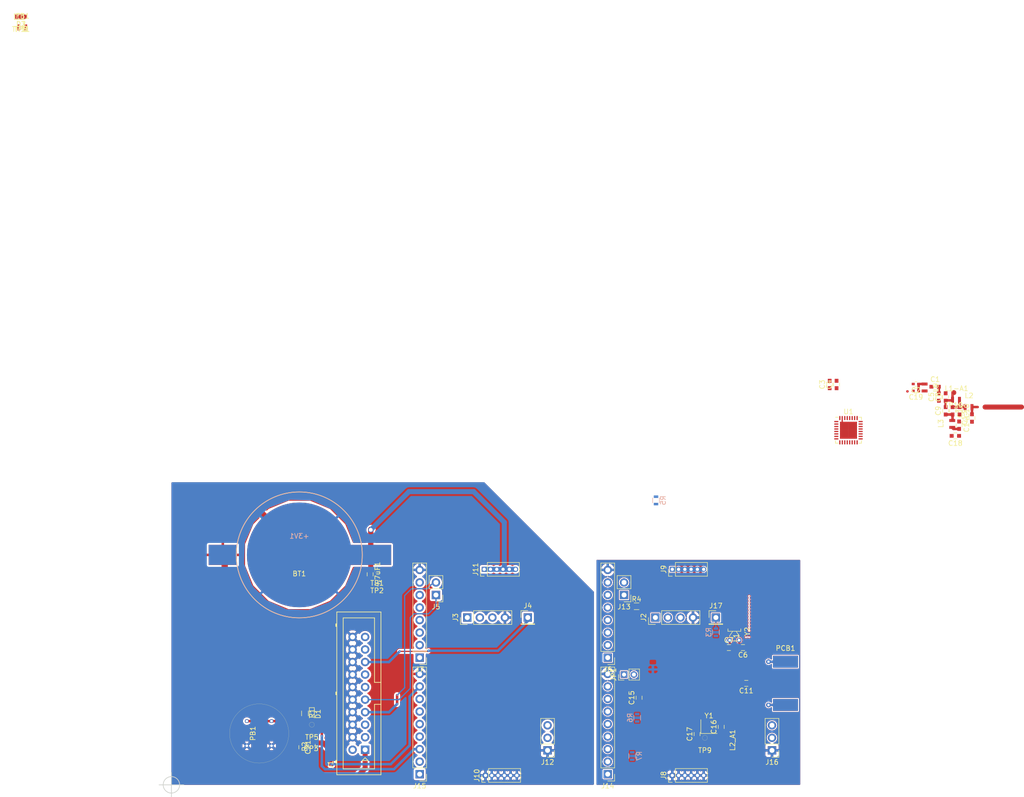
<source format=kicad_pcb>
(kicad_pcb (version 4) (host pcbnew 4.0.5)
  (layers (0 F.Cu signal) (31 B.Cu signal) (34 B.Paste user) (35 F.Paste user) (36 B.SilkS user) (37 F.SilkS user) (38 B.Mask user) (39 F.Mask user) (44 Edge.Cuts user))
  (net 0 "")
  (net 1 GND)
  (net 2 +BATT)
  (net 3 "Net-(C19-Pad1)")
  (net 4 "Net-(C3-Pad1)")
  (net 5 "Net-(C6-Pad1)")
  (net 6 /16MHz)
  (net 7 "Net-(C7-Pad2)")
  (net 8 "Net-(C8-Pad1)")
  (net 9 "Net-(C12-Pad2)")
  (net 10 "Net-(C10-Pad1)")
  (net 11 "Net-(C11-Pad1)")
  (net 12 "Net-(C11-Pad2)")
  (net 13 "Net-(C14-Pad2)")
  (net 14 "Net-(C16-Pad1)")
  (net 15 /32kHz)
  (net 16 "Net-(C17-Pad2)")
  (net 17 "Net-(D1-Pad1)")
  (net 18 "Net-(L6-Pad2)")
  (net 19 "Net-(J1-Pad2)")
  (net 20 "Net-(J1-Pad3)")
  (net 21 "Net-(J1-Pad5)")
  (net 22 "Net-(J1-Pad7)")
  (net 23 "Net-(J1-Pad9)")
  (net 24 "Net-(J1-Pad11)")
  (net 25 "Net-(J1-Pad13)")
  (net 26 "Net-(J1-Pad15)")
  (net 27 "Net-(J1-Pad17)")
  (net 28 "Net-(J1-Pad19)")
  (net 29 DIO7)
  (net 30 DIO3)
  (net 31 DIO0)
  (net 32 DIO10)
  (net 33 DIO9)
  (net 34 DIO1)
  (net 35 DIO2)
  (net 36 DIO8)
  (net 37 DIO11)
  (net 38 DIO12)
  (net 39 DIO13)
  (net 40 DIO14)
  (net 41 ANATEST1)
  (net 42 ADC1)
  (net 43 ADC2)
  (net 44 DIO3_O)
  (net 45 ANATEST1_O)
  (net 46 "Net-(J3-Pad1)")
  (net 47 "Net-(J3-Pad2)")
  (net 48 "Net-(J3-Pad3)")
  (net 49 "Net-(J7-Pad1)")
  (net 50 "Net-(J7-Pad2)")
  (net 51 "Net-(J7-Pad3)")
  (net 52 "Net-(J7-Pad4)")
  (net 53 "Net-(J7-Pad5)")
  (net 54 "Net-(J7-Pad6)")
  (net 55 "Net-(J7-Pad7)")
  (net 56 "Net-(J15-Pad1)")
  (net 57 "Net-(J15-Pad2)")
  (net 58 "Net-(J15-Pad4)")
  (net 59 "Net-(J15-Pad5)")
  (net 60 "Net-(J15-Pad6)")
  (net 61 "Net-(J15-Pad7)")
  (net 62 "Net-(J17-Pad1)")
  (net 63 "Net-(R3-Pad2)")
  (net 64 "Net-(+3V1-Pad2)")
  (net 65 "Net-(FB1-Pad2)")
  (net 66 DIO4)
  (net 67 DIO5)
  (net 68 DIO6)
  (net 69 "Net-(J15-Pad3)")
  (net 70 "Net-(J15-Pad8)")
  (net 71 "Net-(D2-Pad1)")
  (module SMD_CoinCell (layer F.Cu) (at 56.388 109.093)
    (fp_text reference BT1 (at 0 3.81) (layer F.SilkS))
    (fp_text value "Coin Cell")
    (pad 2 smd circle (at 0 0) (size 21.209 21.209) (layers F.Cu F.Paste F.Mask) (net 2 +BATT))
    (pad 1 smd rect (at -15.494 0) (size 5.715 4.064) (layers F.Cu F.Paste F.Mask) (net 1 GND))
    (pad 3 connect rect (at 14.478 0) (size 8.255 4.064) (layers F.Cu F.Mask) (net 2 +BATT))
  )
  (module Pin_Headers:Pin_Header_Straight_1x02_Pitch2.00mm (layer F.Cu) (at 122.174 133.35 90)
    (fp_text reference JP1 (at 0 -2.12 90) (layer F.SilkS))
    (fp_text value DIO7-HIGH)
    (pad 1 thru_hole rect (at 0 0 90) (size 1.35 1.35) (drill 0.8) (layers *.Cu *.Mask) (net 2 +BATT))
    (pad 2 thru_hole oval (at 0 2 90) (size 1.35 1.35) (drill 0.8) (layers *.Cu *.Mask) (net 29 DIO7))
  )
  (module Capacitors_SMD:C_0603 (layer F.Cu) (at 190.0555 82.804 270)
    (fp_text reference C14 (at 0 -1.5 270) (layer F.SilkS))
    (fp_text value TBD)
    (pad 1 smd rect (at -0.75 0 270) (size 0.8 0.75) (layers F.Cu F.Paste F.Mask) (net 1 GND))
    (pad 2 smd rect (at 0.75 0 270) (size 0.8 0.75) (layers F.Cu F.Paste F.Mask) (net 13 "Net-(C14-Pad2)"))
  )
  (module Capacitors_SMD:C_0603 (layer F.Cu) (at 185.1914 75.0062)
    (fp_text reference C1 (at 0 -1.5) (layer F.SilkS))
    (fp_text value 1uF)
    (pad 1 smd rect (at -0.75 0) (size 0.8 0.75) (layers F.Cu F.Paste F.Mask) (net 1 GND))
    (pad 2 smd rect (at 0.75 0) (size 0.8 0.75) (layers F.Cu F.Paste F.Mask) (net 2 +BATT))
  )
  (module Capacitors_SMD:C_0603 (layer F.Cu) (at 163.83 74.549 90)
    (fp_text reference C3 (at 0 -1.5 90) (layer F.SilkS))
    (fp_text value 100pF)
    (pad 1 smd rect (at -0.75 0 90) (size 0.8 0.75) (layers F.Cu F.Paste F.Mask) (net 4 "Net-(C3-Pad1)"))
    (pad 2 smd rect (at 0.75 0 90) (size 0.8 0.75) (layers F.Cu F.Paste F.Mask) (net 1 GND))
  )
  (module Capacitors_SMD:C_0603 (layer F.Cu) (at 165.227 74.549 90)
    (fp_text reference C4 (at 0 -1.5 90) (layer F.SilkS))
    (fp_text value 0.1uF)
    (pad 1 smd rect (at -0.75 0 90) (size 0.8 0.75) (layers F.Cu F.Paste F.Mask) (net 4 "Net-(C3-Pad1)"))
    (pad 2 smd rect (at 0.75 0 90) (size 0.8 0.75) (layers F.Cu F.Paste F.Mask) (net 1 GND))
  )
  (module Capacitors_SMD:C_0603 (layer F.Cu) (at 187.325 77.089 90)
    (fp_text reference C8 (at 0 -1.5 90) (layer F.SilkS))
    (fp_text value TBD)
    (pad 1 smd rect (at -0.75 0 90) (size 0.8 0.75) (layers F.Cu F.Paste F.Mask) (net 8 "Net-(C8-Pad1)"))
    (pad 2 smd rect (at 0.75 0 90) (size 0.8 0.75) (layers F.Cu F.Paste F.Mask) (net 1 GND))
  )
  (module Capacitors_SMD:C_0603 (layer F.Cu) (at 187.325 79.883 90)
    (fp_text reference C9 (at 0 -1.5 90) (layer F.SilkS))
    (fp_text value TBD)
    (pad 1 smd rect (at -0.75 0 90) (size 0.8 0.75) (layers F.Cu F.Paste F.Mask) (net 9 "Net-(C12-Pad2)"))
    (pad 2 smd rect (at 0.75 0 90) (size 0.8 0.75) (layers F.Cu F.Paste F.Mask) (net 8 "Net-(C8-Pad1)"))
  )
  (module Capacitors_SMD:C_0603 (layer F.Cu) (at 190.119 79.883 270)
    (fp_text reference C10 (at 0 -1.5 270) (layer F.SilkS))
    (fp_text value TBD)
    (pad 1 smd rect (at -0.75 0 270) (size 0.8 0.75) (layers F.Cu F.Paste F.Mask) (net 10 "Net-(C10-Pad1)"))
    (pad 2 smd rect (at 0.75 0 270) (size 0.8 0.75) (layers F.Cu F.Paste F.Mask) (net 1 GND))
  )
  (module Capacitors_SMD:C_0603 (layer F.Cu) (at 146.939 135.128 180)
    (fp_text reference C11 (at 0 -1.5 180) (layer F.SilkS))
    (fp_text value TBD)
    (pad 1 smd rect (at -0.75 0 180) (size 0.8 0.75) (layers F.Cu F.Paste F.Mask) (net 11 "Net-(C11-Pad1)"))
    (pad 2 smd rect (at 0.75 0 180) (size 0.8 0.75) (layers F.Cu F.Paste F.Mask) (net 12 "Net-(C11-Pad2)"))
  )
  (module Capacitors_SMD:C_0603 (layer F.Cu) (at 188.722 79.883 270)
    (fp_text reference C12 (at 0 -1.5 270) (layer F.SilkS))
    (fp_text value TBD)
    (pad 1 smd rect (at -0.75 0 270) (size 0.8 0.75) (layers F.Cu F.Paste F.Mask) (net 10 "Net-(C10-Pad1)"))
    (pad 2 smd rect (at 0.75 0 270) (size 0.8 0.75) (layers F.Cu F.Paste F.Mask) (net 9 "Net-(C12-Pad2)"))
  )
  (module Capacitors_SMD:C_0603 (layer F.Cu) (at 192.659 81.3435 90)
    (fp_text reference C13 (at 0 -1.5 90) (layer F.SilkS))
    (fp_text value TBD)
    (pad 1 smd rect (at -0.75 0 90) (size 0.8 0.75) (layers F.Cu F.Paste F.Mask) (net 1 GND))
    (pad 2 smd rect (at 0.75 0 90) (size 0.8 0.75) (layers F.Cu F.Paste F.Mask) (net 12 "Net-(C11-Pad2)"))
  )
  (module Capacitors_SMD:C_0603 (layer F.Cu) (at 125.222 138.049 90)
    (fp_text reference C15 (at 0 -1.5 90) (layer F.SilkS))
    (fp_text value 2.2uF)
    (pad 1 smd rect (at -0.75 0 90) (size 0.8 0.75) (layers F.Cu F.Paste F.Mask) (net 1 GND))
    (pad 2 smd rect (at 0.75 0 90) (size 0.8 0.75) (layers F.Cu F.Paste F.Mask) (net 2 +BATT))
  )
  (module Capacitors_SMD:C_0603 (layer F.Cu) (at 141.859 143.9545 90)
    (fp_text reference C16 (at 0 -1.5 90) (layer F.SilkS))
    (fp_text value TBD)
    (pad 1 smd rect (at -0.75 0 90) (size 0.8 0.75) (layers F.Cu F.Paste F.Mask) (net 14 "Net-(C16-Pad1)"))
    (pad 2 smd rect (at 0.75 0 90) (size 0.8 0.75) (layers F.Cu F.Paste F.Mask) (net 6 /16MHz))
  )
  (module Capacitors_SMD:C_0603 (layer F.Cu) (at 136.9695 145.415 90)
    (fp_text reference C17 (at 0 -1.5 90) (layer F.SilkS))
    (fp_text value TBD)
    (pad 1 smd rect (at -0.75 0 90) (size 0.8 0.75) (layers F.Cu F.Paste F.Mask) (net 1 GND))
    (pad 2 smd rect (at 0.75 0 90) (size 0.8 0.75) (layers F.Cu F.Paste F.Mask) (net 16 "Net-(C17-Pad2)"))
  )
  (module Capacitors_SMD:C_0603 (layer F.Cu) (at 189.2935 84.963 180)
    (fp_text reference C18 (at 0 -1.5 180) (layer F.SilkS))
    (fp_text value 10pF)
    (pad 1 smd rect (at -0.75 0 180) (size 0.8 0.75) (layers F.Cu F.Paste F.Mask) (net 1 GND))
    (pad 2 smd rect (at 0.75 0 180) (size 0.8 0.75) (layers F.Cu F.Paste F.Mask) (net 2 +BATT))
  )
  (module Miscellaneous:TP_gen (layer F.Cu) (at 58.928 145.796)
    (fp_text reference TP3 (at 0 2.54) (layer F.SilkS))
    (fp_text value V_BUTT1)
    (pad 1 smd circle (at 0 0) (size 1.016 1.016) (layers F.Cu F.Paste F.Mask) (net 44 DIO3_O))
  )
  (module Capacitors_SMD:C_0603_HandSoldering (layer F.Cu) (at 56.896 148.082 270)
    (fp_text reference C21 (at 0 -1.25 270) (layer F.SilkS))
    (fp_text value 100nF)
    (pad 1 smd rect (at -0.95 0 270) (size 1.2 0.75) (layers F.Cu F.Paste F.Mask) (net 44 DIO3_O))
    (pad 2 smd rect (at 0.95 0 270) (size 1.2 0.75) (layers F.Cu F.Paste F.Mask) (net 1 GND))
  )
  (module Connectors_Multicomp:Multicomp_MC9A12-2034_2x10x2.54mm_Straight (layer F.Cu) (at 69.723 148.59 90)
    (fp_text reference J1 (at -3 -7 90) (layer F.SilkS))
    (fp_text value JTAG_10x2)
    (pad 1 thru_hole rect (at 0 0 90) (size 1.7 1.7) (drill 1) (layers *.Cu *.Mask) (net 2 +BATT))
    (pad 2 thru_hole circle (at 0 -2.54 90) (size 1.7 1.7) (drill 1) (layers *.Cu *.Mask) (net 19 "Net-(J1-Pad2)"))
    (pad 3 thru_hole circle (at 2.54 0 90) (size 1.7 1.7) (drill 1) (layers *.Cu *.Mask) (net 20 "Net-(J1-Pad3)"))
    (pad 4 thru_hole circle (at 2.54 -2.54 90) (size 1.7 1.7) (drill 1) (layers *.Cu *.Mask) (net 1 GND))
    (pad 5 thru_hole circle (at 5.08 0 90) (size 1.7 1.7) (drill 1) (layers *.Cu *.Mask) (net 21 "Net-(J1-Pad5)"))
    (pad 6 thru_hole circle (at 5.08 -2.54 90) (size 1.7 1.7) (drill 1) (layers *.Cu *.Mask) (net 1 GND))
    (pad 7 thru_hole circle (at 7.62 0 90) (size 1.7 1.7) (drill 1) (layers *.Cu *.Mask) (net 22 "Net-(J1-Pad7)"))
    (pad 8 thru_hole circle (at 7.62 -2.54 90) (size 1.7 1.7) (drill 1) (layers *.Cu *.Mask) (net 1 GND))
    (pad 9 thru_hole circle (at 10.16 0 90) (size 1.7 1.7) (drill 1) (layers *.Cu *.Mask) (net 23 "Net-(J1-Pad9)"))
    (pad 10 thru_hole circle (at 10.16 -2.54 90) (size 1.7 1.7) (drill 1) (layers *.Cu *.Mask) (net 1 GND))
    (pad 11 thru_hole circle (at 12.7 0 90) (size 1.7 1.7) (drill 1) (layers *.Cu *.Mask) (net 24 "Net-(J1-Pad11)"))
    (pad 12 thru_hole circle (at 12.7 -2.54 90) (size 1.7 1.7) (drill 1) (layers *.Cu *.Mask) (net 1 GND))
    (pad 13 thru_hole circle (at 15.24 0 90) (size 1.7 1.7) (drill 1) (layers *.Cu *.Mask) (net 25 "Net-(J1-Pad13)"))
    (pad 14 thru_hole circle (at 15.24 -2.54 90) (size 1.7 1.7) (drill 1) (layers *.Cu *.Mask) (net 1 GND))
    (pad 15 thru_hole circle (at 17.78 0 90) (size 1.7 1.7) (drill 1) (layers *.Cu *.Mask) (net 26 "Net-(J1-Pad15)"))
    (pad 16 thru_hole circle (at 17.78 -2.54 90) (size 1.7 1.7) (drill 1) (layers *.Cu *.Mask) (net 1 GND))
    (pad 17 thru_hole circle (at 20.32 0 90) (size 1.7 1.7) (drill 1) (layers *.Cu *.Mask) (net 27 "Net-(J1-Pad17)"))
    (pad 18 thru_hole circle (at 20.32 -2.54 90) (size 1.7 1.7) (drill 1) (layers *.Cu *.Mask) (net 1 GND))
    (pad 19 thru_hole circle (at 22.86 0 90) (size 1.7 1.7) (drill 1) (layers *.Cu *.Mask) (net 28 "Net-(J1-Pad19)"))
    (pad 20 thru_hole circle (at 22.86 -2.54 90) (size 1.7 1.7) (drill 1) (layers *.Cu *.Mask) (net 1 GND))
  )
  (module Inductors_NEOSID:Neosid_Inductor_SM0603CG (layer F.Cu) (at 189.4205 77.6605)
    (fp_text reference L1-A1 (at 0.09906 -2.30124) (layer F.SilkS))
    (fp_text value TBD)
    (pad 2 smd rect (at 0.70104 0) (size 0.59944 1.19888) (layers F.Cu F.Paste F.Mask) (net 10 "Net-(C10-Pad1)"))
    (pad 1 smd rect (at -0.70104 0) (size 0.59944 1.19888) (layers F.Cu F.Paste F.Mask) (net 8 "Net-(C8-Pad1)"))
  )
  (module Pin_Headers:Pin_Header_Straight_1x06_Pitch1.27mm (layer F.Cu) (at 131.953 153.797 90)
    (fp_text reference J8 (at 0 -1.755 90) (layer F.SilkS))
    (fp_text value GND_IN)
    (pad 1 thru_hole rect (at 0 0 90) (size 1 1) (drill 0.65) (layers *.Cu *.Mask) (net 1 GND))
    (pad 2 thru_hole oval (at 0 1.27 90) (size 1 1) (drill 0.65) (layers *.Cu *.Mask) (net 1 GND))
    (pad 3 thru_hole oval (at 0 2.54 90) (size 1 1) (drill 0.65) (layers *.Cu *.Mask) (net 1 GND))
    (pad 4 thru_hole oval (at 0 3.81 90) (size 1 1) (drill 0.65) (layers *.Cu *.Mask) (net 1 GND))
    (pad 5 thru_hole oval (at 0 5.08 90) (size 1 1) (drill 0.65) (layers *.Cu *.Mask) (net 1 GND))
    (pad 6 thru_hole oval (at 0 6.35 90) (size 1 1) (drill 0.65) (layers *.Cu *.Mask) (net 1 GND))
  )
  (module Pin_Headers:Pin_Header_Straight_1x06_Pitch1.27mm (layer F.Cu) (at 131.953 112.014 90)
    (fp_text reference J9 (at 0 -1.755 90) (layer F.SilkS))
    (fp_text value PWR_IN)
    (pad 1 thru_hole rect (at 0 0 90) (size 1 1) (drill 0.65) (layers *.Cu *.Mask) (net 2 +BATT))
    (pad 2 thru_hole oval (at 0 1.27 90) (size 1 1) (drill 0.65) (layers *.Cu *.Mask) (net 2 +BATT))
    (pad 3 thru_hole oval (at 0 2.54 90) (size 1 1) (drill 0.65) (layers *.Cu *.Mask) (net 2 +BATT))
    (pad 4 thru_hole oval (at 0 3.81 90) (size 1 1) (drill 0.65) (layers *.Cu *.Mask) (net 2 +BATT))
    (pad 5 thru_hole oval (at 0 5.08 90) (size 1 1) (drill 0.65) (layers *.Cu *.Mask) (net 2 +BATT))
    (pad 6 thru_hole oval (at 0 6.35 90) (size 1 1) (drill 0.65) (layers *.Cu *.Mask) (net 2 +BATT))
  )
  (module Pin_Headers:Pin_Header_Straight_1x06_Pitch1.27mm (layer F.Cu) (at 94.107 153.797 90)
    (fp_text reference J10 (at 0 -1.755 90) (layer F.SilkS))
    (fp_text value GND_OUT)
    (pad 1 thru_hole rect (at 0 0 90) (size 1 1) (drill 0.65) (layers *.Cu *.Mask) (net 1 GND))
    (pad 2 thru_hole oval (at 0 1.27 90) (size 1 1) (drill 0.65) (layers *.Cu *.Mask) (net 1 GND))
    (pad 3 thru_hole oval (at 0 2.54 90) (size 1 1) (drill 0.65) (layers *.Cu *.Mask) (net 1 GND))
    (pad 4 thru_hole oval (at 0 3.81 90) (size 1 1) (drill 0.65) (layers *.Cu *.Mask) (net 1 GND))
    (pad 5 thru_hole oval (at 0 5.08 90) (size 1 1) (drill 0.65) (layers *.Cu *.Mask) (net 1 GND))
    (pad 6 thru_hole oval (at 0 6.35 90) (size 1 1) (drill 0.65) (layers *.Cu *.Mask) (net 1 GND))
  )
  (module Pin_Headers:Pin_Header_Straight_1x06_Pitch1.27mm (layer F.Cu) (at 93.853 112.014 90)
    (fp_text reference J11 (at 0 -1.755 90) (layer F.SilkS))
    (fp_text value PWR_OUT)
    (pad 1 thru_hole rect (at 0 0 90) (size 1 1) (drill 0.65) (layers *.Cu *.Mask) (net 2 +BATT))
    (pad 2 thru_hole oval (at 0 1.27 90) (size 1 1) (drill 0.65) (layers *.Cu *.Mask) (net 2 +BATT))
    (pad 3 thru_hole oval (at 0 2.54 90) (size 1 1) (drill 0.65) (layers *.Cu *.Mask) (net 2 +BATT))
    (pad 4 thru_hole oval (at 0 3.81 90) (size 1 1) (drill 0.65) (layers *.Cu *.Mask) (net 2 +BATT))
    (pad 5 thru_hole oval (at 0 5.08 90) (size 1 1) (drill 0.65) (layers *.Cu *.Mask) (net 2 +BATT))
    (pad 6 thru_hole oval (at 0 6.35 90) (size 1 1) (drill 0.65) (layers *.Cu *.Mask) (net 2 +BATT))
  )
  (module Miscellaneous:TP_gen (layer F.Cu) (at 72.136 112.268)
    (fp_text reference TP1 (at 0 2.54) (layer F.SilkS))
    (fp_text value +VBATT)
    (pad 1 smd circle (at 0 0) (size 1.016 1.016) (layers F.Cu F.Paste F.Mask) (net 64 "Net-(+3V1-Pad2)"))
  )
  (module Miscellaneous:TP_gen (layer F.Cu) (at 72.136 113.792)
    (fp_text reference TP2 (at 0 2.54) (layer F.SilkS))
    (fp_text value GND)
    (pad 1 smd circle (at 0 0) (size 1.016 1.016) (layers F.Cu F.Paste F.Mask) (net 1 GND))
  )
  (module Inductors_NEOSID:Neosid_Inductor_SM0603CG (layer F.Cu) (at 147.193 125.984 90)
    (fp_text reference L1 (at 0.09906 -2.30124 90) (layer F.SilkS))
    (fp_text value TBD)
    (pad 2 smd rect (at 0.70104 0 90) (size 0.59944 1.19888) (layers F.Cu F.Paste F.Mask) (net 1 GND))
    (pad 1 smd rect (at -0.70104 0 90) (size 0.59944 1.19888) (layers F.Cu F.Paste F.Mask) (net 5 "Net-(C6-Pad1)"))
  )
  (module Inductors_NEOSID:Neosid_Inductor_SM0603CG (layer F.Cu) (at 191.9605 79.121)
    (fp_text reference L2 (at 0.09906 -2.30124) (layer F.SilkS))
    (fp_text value TBD)
    (pad 2 smd rect (at 0.70104 0) (size 0.59944 1.19888) (layers F.Cu F.Paste F.Mask) (net 12 "Net-(C11-Pad2)"))
    (pad 1 smd rect (at -0.70104 0) (size 0.59944 1.19888) (layers F.Cu F.Paste F.Mask) (net 10 "Net-(C10-Pad1)"))
  )
  (module Inductors_NEOSID:Neosid_Inductor_SM0603CG (layer F.Cu) (at 141.859 146.558 270)
    (fp_text reference L2_A1 (at 0.09906 -2.30124 270) (layer F.SilkS))
    (fp_text value TBD)
    (pad 2 smd rect (at 0.70104 0 270) (size 0.59944 1.19888) (layers F.Cu F.Paste F.Mask) (net 1 GND))
    (pad 1 smd rect (at -0.70104 0 270) (size 0.59944 1.19888) (layers F.Cu F.Paste F.Mask) (net 14 "Net-(C16-Pad1)"))
  )
  (module Inductors_NEOSID:Neosid_Inductor_SM0603CG (layer F.Cu) (at 188.6585 82.55 90)
    (fp_text reference L3 (at 0.09906 -2.30124 90) (layer F.SilkS))
    (fp_text value TBD)
    (pad 2 smd rect (at 0.70104 0 90) (size 0.59944 1.19888) (layers F.Cu F.Paste F.Mask) (net 9 "Net-(C12-Pad2)"))
    (pad 1 smd rect (at -0.70104 0 90) (size 0.59944 1.19888) (layers F.Cu F.Paste F.Mask) (net 13 "Net-(C14-Pad2)"))
  )
  (module Inductors_NEOSID:Neosid_Inductor_SM0603CG (layer F.Cu) (at 183.0578 75.1586 270)
    (fp_text reference L6 (at 0.09906 -2.30124 270) (layer F.SilkS))
    (fp_text value L)
    (pad 2 smd rect (at 0.70104 0 270) (size 0.59944 1.19888) (layers F.Cu F.Paste F.Mask) (net 18 "Net-(L6-Pad2)"))
    (pad 1 smd rect (at -0.70104 0 270) (size 0.59944 1.19888) (layers F.Cu F.Paste F.Mask) (net 3 "Net-(C19-Pad1)"))
  )
  (module Miscellaneous:Molex_SMA_Jack_Edge_Mount (layer F.Cu) (at 153.162 135.128 180)
    (fp_text reference PCB1 (at -1.72 7.11 180) (layer F.SilkS))
    (fp_text value "(2.4GHz) Antenna")
    (pad 1 smd rect (at -1.72 0 180) (size 5.08 2.29) (layers F.Cu F.Paste F.Mask) (net 11 "Net-(C11-Pad1)"))
    (pad 2 smd rect (at -1.72 -4.38 180) (size 5.08 2.42) (layers F.Cu F.Paste F.Mask))
    (pad 2 smd rect (at -1.72 4.38 180) (size 5.08 2.42) (layers F.Cu F.Paste F.Mask))
    (pad 2 smd rect (at -1.72 -4.38 180) (size 5.08 2.42) (layers B.Cu B.Paste B.Mask))
    (pad 2 smd rect (at -1.72 4.38 180) (size 5.08 2.42) (layers B.Cu B.Paste B.Mask))
    (pad 2 thru_hole circle (at 1.72 -4.38 180) (size 0.97 0.97) (drill 0.46) (layers *.Cu))
    (pad 2 thru_hole circle (at 1.72 4.38 180) (size 0.97 0.97) (drill 0.46) (layers *.Cu))
    (pad 2 smd rect (at 1.27 -4.38 180) (size 0.9144 0.4826) (layers F.Cu))
    (pad 2 smd rect (at 1.27 4.38 180) (size 0.9144 0.4826) (layers F.Cu))
    (pad 2 smd rect (at 1.27 -4.38 180) (size 0.9144 0.4826) (layers B.Cu))
    (pad 2 smd rect (at 1.27 4.38 180) (size 0.9144 0.4826) (layers B.Cu))
  )
  (module Miscellaneous:TP_gen (layer F.Cu) (at 188.976 76.2)
    (fp_text reference TP10 (at 0 2.54) (layer F.SilkS))
    (fp_text value V_ANT_1)
    (pad 1 smd circle (at 0 0) (size 1.016 1.016) (layers F.Cu F.Paste F.Mask) (net 8 "Net-(C8-Pad1)"))
  )
  (module Crystals:Crystal_SMD_2520-4pin_2.5x2.0mm (layer F.Cu) (at 139.3825 143.891)
    (fp_text reference Y1 (at 0 -2.2) (layer F.SilkS))
    (fp_text value Crystal_GND24)
    (pad 1 smd rect (at -0.875 0.7) (size 1.15 1) (layers F.Cu F.Mask) (net 16 "Net-(C17-Pad2)"))
    (pad 2 smd rect (at 0.875 0.7) (size 1.15 1) (layers F.Cu F.Mask) (net 1 GND))
    (pad 3 smd rect (at 0.875 -0.7) (size 1.15 1) (layers F.Cu F.Mask) (net 6 /16MHz))
    (pad 4 smd rect (at -0.875 -0.7) (size 1.15 1) (layers F.Cu F.Mask) (net 1 GND))
  )
  (module Capacitors_SMD:C_0402 (layer F.Cu) (at 181.3052 74.4474 180)
    (fp_text reference C2 (at 0 -1.27 180) (layer F.SilkS))
    (fp_text value 100pF)
    (pad 1 smd rect (at -0.55 0 180) (size 0.6 0.5) (layers F.Cu F.Paste F.Mask) (net 3 "Net-(C19-Pad1)"))
    (pad 2 smd rect (at 0.55 0 180) (size 0.6 0.5) (layers F.Cu F.Paste F.Mask) (net 1 GND))
  )
  (module Capacitors_SMD:C_0603 (layer F.Cu) (at 146.2659 127.8763 180)
    (fp_text reference C6 (at 0 -1.5 180) (layer F.SilkS))
    (fp_text value 0.22uF)
    (pad 1 smd rect (at -0.75 0 180) (size 0.8 0.75) (layers F.Cu F.Paste F.Mask) (net 5 "Net-(C6-Pad1)"))
    (pad 2 smd rect (at 0.75 0 180) (size 0.8 0.75) (layers F.Cu F.Paste F.Mask) (net 15 /32kHz))
  )
  (module Capacitors_SMD:C_0603 (layer F.Cu) (at 143.4084 127.8763)
    (fp_text reference C7 (at 0 -1.5) (layer F.SilkS))
    (fp_text value 4.7uF)
    (pad 1 smd rect (at -0.75 0) (size 0.8 0.75) (layers F.Cu F.Paste F.Mask) (net 5 "Net-(C6-Pad1)"))
    (pad 2 smd rect (at 0.75 0) (size 0.8 0.75) (layers F.Cu F.Paste F.Mask) (net 7 "Net-(C7-Pad2)"))
  )
  (module Capacitors_SMD:C_0402 (layer F.Cu) (at 181.3052 75.8444 180)
    (fp_text reference C19 (at 0 -1.27 180) (layer F.SilkS))
    (fp_text value 0.1uF)
    (pad 1 smd rect (at -0.55 0 180) (size 0.6 0.5) (layers F.Cu F.Paste F.Mask) (net 3 "Net-(C19-Pad1)"))
    (pad 2 smd rect (at 0.55 0 180) (size 0.6 0.5) (layers F.Cu F.Paste F.Mask) (net 1 GND))
  )
  (module LEDs:LED_0603 (layer F.Cu) (at 58.928 141.351 270)
    (fp_text reference D1 (at 0 -1.25 270) (layer F.SilkS))
    (fp_text value LED)
    (pad 2 smd rect (at 0.8 0 90) (size 0.8 0.8) (layers F.Cu F.Paste F.Mask) (net 45 ANATEST1_O))
    (pad 1 smd rect (at -0.8 0 90) (size 0.8 0.8) (layers F.Cu F.Paste F.Mask) (net 17 "Net-(D1-Pad1)"))
  )
  (module Miscellaneous:pb_basic (layer F.Cu) (at 48.26 145.288 270)
    (fp_text reference PB1 (at 0 1.27 270) (layer F.SilkS))
    (fp_text value pb_basic)
    (pad 4 thru_hole circle (at 2.5019 2.5019 270) (size 0.7874 0.7874) (drill 0.508) (layers *.Cu *.Mask) (net 1 GND))
    (pad 3 thru_hole circle (at -2.5019 2.5019 270) (size 0.7874 0.7874) (drill 0.508) (layers *.Cu *.Mask) (net 44 DIO3_O))
    (pad 1 thru_hole circle (at -2.5019 -2.5019 270) (size 0.7874 0.7874) (drill 0.508) (layers *.Cu *.Mask) (net 44 DIO3_O))
    (pad 2 thru_hole circle (at 2.5019 -2.5019 270) (size 0.7874 0.7874) (drill 0.508) (layers *.Cu *.Mask) (net 1 GND))
  )
  (module Resistors_SMD:R_0603 (layer F.Cu) (at 57.531 141.224 270)
    (fp_text reference R1 (at 0 -1.45 270) (layer F.SilkS))
    (fp_text value 1k)
    (pad 1 smd rect (at -0.75 0 270) (size 0.5 0.9) (layers F.Cu F.Paste F.Mask) (net 17 "Net-(D1-Pad1)"))
    (pad 2 smd rect (at 0.75 0 270) (size 0.5 0.9) (layers F.Cu F.Paste F.Mask) (net 1 GND))
  )
  (module Resistors_SMD:R_0603 (layer F.Cu) (at 58.928 147.955 90)
    (fp_text reference R2 (at 0 -1.45 90) (layer F.SilkS))
    (fp_text value 10k)
    (pad 1 smd rect (at -0.75 0 90) (size 0.5 0.9) (layers F.Cu F.Paste F.Mask) (net 2 +BATT))
    (pad 2 smd rect (at 0.75 0 90) (size 0.5 0.9) (layers F.Cu F.Paste F.Mask) (net 44 DIO3_O))
  )
  (module Resistors_SMD:R_0603 (layer B.Cu) (at 140.7795 124.7775 270)
    (fp_text reference R3 (at 0 1.45 270) (layer B.SilkS) (effects (justify mirror)))
    (fp_text value 0)
    (pad 1 smd rect (at -0.75 0 270) (size 0.5 0.9) (layers B.Cu B.Paste B.Mask) (net 62 "Net-(J17-Pad1)"))
    (pad 2 smd rect (at 0.75 0 270) (size 0.5 0.9) (layers B.Cu B.Paste B.Mask) (net 63 "Net-(R3-Pad2)"))
  )
  (module Resistors_SMD:R_0603 (layer F.Cu) (at 124.714 119.507)
    (fp_text reference R4 (at 0 -1.45) (layer F.SilkS))
    (fp_text value 10k)
    (pad 1 smd rect (at -0.75 0) (size 0.5 0.9) (layers F.Cu F.Paste F.Mask) (net 33 DIO9))
    (pad 2 smd rect (at 0.75 0) (size 0.5 0.9) (layers F.Cu F.Paste F.Mask) (net 2 +BATT))
  )
  (module Resistors_SMD:R_0603 (layer B.Cu) (at 128.651 98.044 90)
    (fp_text reference R5 (at 0 1.45 90) (layer B.SilkS) (effects (justify mirror)))
    (fp_text value 10k)
    (pad 1 smd rect (at -0.75 0 90) (size 0.5 0.9) (layers B.Cu B.Paste B.Mask) (net 1 GND))
    (pad 2 smd rect (at 0.75 0 90) (size 0.5 0.9) (layers B.Cu B.Paste B.Mask) (net 32 DIO10))
  )
  (module Resistors_SMD:R_0603 (layer B.Cu) (at 124.841 142.113 270)
    (fp_text reference R6 (at 0 1.45 270) (layer B.SilkS) (effects (justify mirror)))
    (fp_text value 10k)
    (pad 1 smd rect (at -0.75 0 270) (size 0.5 0.9) (layers B.Cu B.Paste B.Mask) (net 34 DIO1))
    (pad 2 smd rect (at 0.75 0 270) (size 0.5 0.9) (layers B.Cu B.Paste B.Mask) (net 2 +BATT))
  )
  (module Resistors_SMD:R_0603 (layer B.Cu) (at 123.825 149.86 90)
    (fp_text reference R7 (at 0 1.45 90) (layer B.SilkS) (effects (justify mirror)))
    (fp_text value 10k)
    (pad 1 smd rect (at -0.75 0 90) (size 0.5 0.9) (layers B.Cu B.Paste B.Mask) (net 31 DIO0))
    (pad 2 smd rect (at 0.75 0 90) (size 0.5 0.9) (layers B.Cu B.Paste B.Mask) (net 2 +BATT))
  )
  (module Miscellaneous:TP_gen (layer F.Cu) (at 138.557 146.177)
    (fp_text reference TP9 (at 0 2.54) (layer F.SilkS))
    (fp_text value V_32kHz_2)
    (pad 1 smd circle (at 0 0) (size 1.016 1.016) (layers F.Cu F.Paste F.Mask) (net 16 "Net-(C17-Pad2)"))
  )
  (module Crystals:Crystal_C26-LF_d2.1mm_l6.5mm_Horizontal_1EP_style1 (layer F.Cu) (at 145.4785 126.3777 180)
    (fp_text reference Y2 (at -1.67 1.75 270) (layer F.SilkS))
    (fp_text value Crystal_GND2)
    (pad 1 thru_hole circle (at 0 0 180) (size 1 1) (drill 0.5) (layers *.Cu *.Mask) (net 15 /32kHz))
    (pad 2 thru_hole circle (at 1.9 0 180) (size 1 1) (drill 0.5) (layers *.Cu *.Mask) (net 7 "Net-(C7-Pad2)"))
    (pad 3 smd rect (at 0.95 5.75 180) (size 2.2 6.5) (layers F.Cu F.Mask) (net 1 GND))
  )
  (module Capacitors_SMD:C_0603 (layer F.Cu) (at 185.9534 77.089 90)
    (fp_text reference C5 (at 0 -1.5 90) (layer F.SilkS))
    (fp_text value 1000pF)
    (pad 1 smd rect (at -0.75 0 90) (size 0.8 0.75) (layers F.Cu F.Paste F.Mask) (net 1 GND))
    (pad 2 smd rect (at 0.75 0 90) (size 0.8 0.75) (layers F.Cu F.Paste F.Mask) (net 2 +BATT))
  )
  (module Pin_Headers:Pin_Header_Straight_1x04_Pitch2.54mm (layer F.Cu) (at 128.524 121.793 90)
    (fp_text reference J2 (at 0 -2.39 90) (layer F.SilkS))
    (fp_text value IO_UP)
    (pad 1 thru_hole rect (at 0 0 90) (size 1.7 1.7) (drill 1) (layers *.Cu *.Mask) (net 37 DIO11))
    (pad 2 thru_hole oval (at 0 2.54 90) (size 1.7 1.7) (drill 1) (layers *.Cu *.Mask) (net 38 DIO12))
    (pad 3 thru_hole oval (at 0 5.08 90) (size 1.7 1.7) (drill 1) (layers *.Cu *.Mask) (net 39 DIO13))
    (pad 4 thru_hole oval (at 0 7.62 90) (size 1.7 1.7) (drill 1) (layers *.Cu *.Mask) (net 1 GND))
  )
  (module Pin_Headers:Pin_Header_Straight_1x04_Pitch2.54mm (layer F.Cu) (at 90.424 121.793 90)
    (fp_text reference J3 (at 0 -2.39 90) (layer F.SilkS))
    (fp_text value IO_UP_O)
    (pad 1 thru_hole rect (at 0 0 90) (size 1.7 1.7) (drill 1) (layers *.Cu *.Mask) (net 46 "Net-(J3-Pad1)"))
    (pad 2 thru_hole oval (at 0 2.54 90) (size 1.7 1.7) (drill 1) (layers *.Cu *.Mask) (net 47 "Net-(J3-Pad2)"))
    (pad 3 thru_hole oval (at 0 5.08 90) (size 1.7 1.7) (drill 1) (layers *.Cu *.Mask) (net 48 "Net-(J3-Pad3)"))
    (pad 4 thru_hole oval (at 0 7.62 90) (size 1.7 1.7) (drill 1) (layers *.Cu *.Mask) (net 1 GND))
  )
  (module Pin_Headers:Pin_Header_Straight_1x01_Pitch2.54mm (layer F.Cu) (at 102.6795 121.793)
    (fp_text reference J4 (at 0 -2.39) (layer F.SilkS))
    (fp_text value RESET_O)
    (pad 1 thru_hole rect (at 0 0) (size 1.7 1.7) (drill 1) (layers *.Cu *.Mask) (net 26 "Net-(J1-Pad15)"))
  )
  (module Pin_Headers:Pin_Header_Straight_1x02_Pitch2.54mm (layer F.Cu) (at 84.074 117.221 180)
    (fp_text reference J5 (at 0 -2.39 180) (layer F.SilkS))
    (fp_text value GPIO9/10_O)
    (pad 1 thru_hole rect (at 0 0 180) (size 1.7 1.7) (drill 1) (layers *.Cu *.Mask) (net 23 "Net-(J1-Pad9)"))
    (pad 2 thru_hole oval (at 0 2.54 180) (size 1.7 1.7) (drill 1) (layers *.Cu *.Mask) (net 22 "Net-(J1-Pad7)") (clearance 0.127))
  )
  (module Pin_Headers:Pin_Header_Straight_1x08_Pitch2.54mm (layer F.Cu) (at 118.872 129.921 180)
    (fp_text reference J6 (at 0 -2.39 180) (layer F.SilkS))
    (fp_text value IO_LEFT)
    (pad 1 thru_hole rect (at 0 0 180) (size 1.7 1.7) (drill 1) (layers *.Cu *.Mask) (net 66 DIO4))
    (pad 2 thru_hole oval (at 0 2.54 180) (size 1.7 1.7) (drill 1) (layers *.Cu *.Mask) (net 67 DIO5))
    (pad 3 thru_hole oval (at 0 5.08 180) (size 1.7 1.7) (drill 1) (layers *.Cu *.Mask) (net 68 DIO6))
    (pad 4 thru_hole oval (at 0 7.62 180) (size 1.7 1.7) (drill 1) (layers *.Cu *.Mask) (net 29 DIO7))
    (pad 5 thru_hole oval (at 0 10.16 180) (size 1.7 1.7) (drill 1) (layers *.Cu *.Mask) (net 36 DIO8))
    (pad 6 thru_hole oval (at 0 12.7 180) (size 1.7 1.7) (drill 1) (layers *.Cu *.Mask) (net 33 DIO9))
    (pad 7 thru_hole oval (at 0 15.24 180) (size 1.7 1.7) (drill 1) (layers *.Cu *.Mask) (net 32 DIO10))
    (pad 8 thru_hole oval (at 0 17.78 180) (size 1.7 1.7) (drill 1) (layers *.Cu *.Mask) (net 1 GND))
  )
  (module Pin_Headers:Pin_Header_Straight_1x08_Pitch2.54mm (layer F.Cu) (at 80.772 129.921 180)
    (fp_text reference J7 (at 0 -2.39 180) (layer F.SilkS))
    (fp_text value IO_LEFT_O)
    (pad 1 thru_hole rect (at 0 0 180) (size 1.7 1.7) (drill 1) (layers *.Cu *.Mask) (net 49 "Net-(J7-Pad1)"))
    (pad 2 thru_hole oval (at 0 2.54 180) (size 1.7 1.7) (drill 1) (layers *.Cu *.Mask) (net 50 "Net-(J7-Pad2)"))
    (pad 3 thru_hole oval (at 0 5.08 180) (size 1.7 1.7) (drill 1) (layers *.Cu *.Mask) (net 51 "Net-(J7-Pad3)"))
    (pad 4 thru_hole oval (at 0 7.62 180) (size 1.7 1.7) (drill 1) (layers *.Cu *.Mask) (net 52 "Net-(J7-Pad4)"))
    (pad 5 thru_hole oval (at 0 10.16 180) (size 1.7 1.7) (drill 1) (layers *.Cu *.Mask) (net 53 "Net-(J7-Pad5)"))
    (pad 6 thru_hole oval (at 0 12.7 180) (size 1.7 1.7) (drill 1) (layers *.Cu *.Mask) (net 54 "Net-(J7-Pad6)"))
    (pad 7 thru_hole oval (at 0 15.24 180) (size 1.7 1.7) (drill 1) (layers *.Cu *.Mask) (net 55 "Net-(J7-Pad7)"))
    (pad 8 thru_hole oval (at 0 17.78 180) (size 1.7 1.7) (drill 1) (layers *.Cu *.Mask) (net 1 GND))
  )
  (module Pin_Headers:Pin_Header_Straight_1x03_Pitch2.54mm (layer F.Cu) (at 106.68 148.717 180)
    (fp_text reference J12 (at 0 -2.39 180) (layer F.SilkS))
    (fp_text value GPIO0/1_O)
    (pad 1 thru_hole rect (at 0 0 180) (size 1.7 1.7) (drill 1) (layers *.Cu *.Mask) (net 1 GND))
    (pad 2 thru_hole oval (at 0 2.54 180) (size 1.7 1.7) (drill 1) (layers *.Cu *.Mask) (net 21 "Net-(J1-Pad5)"))
    (pad 3 thru_hole oval (at 0 5.08 180) (size 1.7 1.7) (drill 1) (layers *.Cu *.Mask) (net 25 "Net-(J1-Pad13)"))
  )
  (module Pin_Headers:Pin_Header_Straight_1x02_Pitch2.54mm (layer F.Cu) (at 122.174 117.221 180)
    (fp_text reference J13 (at 0 -2.39 180) (layer F.SilkS))
    (fp_text value GPIO9/10)
    (pad 1 thru_hole rect (at 0 0 180) (size 1.7 1.7) (drill 1) (layers *.Cu *.Mask) (net 33 DIO9))
    (pad 2 thru_hole oval (at 0 2.54 180) (size 1.7 1.7) (drill 1) (layers *.Cu *.Mask) (net 32 DIO10))
  )
  (module Pin_Headers:Pin_Header_Straight_1x09_Pitch2.54mm (layer F.Cu) (at 118.872 153.543 180)
    (fp_text reference J14 (at 0 -2.39 180) (layer F.SilkS))
    (fp_text value IO_BOT)
    (pad 1 thru_hole rect (at 0 0 180) (size 1.7 1.7) (drill 1) (layers *.Cu *.Mask) (net 43 ADC2))
    (pad 2 thru_hole oval (at 0 2.54 180) (size 1.7 1.7) (drill 1) (layers *.Cu *.Mask) (net 42 ADC1))
    (pad 3 thru_hole oval (at 0 5.08 180) (size 1.7 1.7) (drill 1) (layers *.Cu *.Mask) (net 41 ANATEST1))
    (pad 4 thru_hole oval (at 0 7.62 180) (size 1.7 1.7) (drill 1) (layers *.Cu *.Mask) (net 40 DIO14))
    (pad 5 thru_hole oval (at 0 10.16 180) (size 1.7 1.7) (drill 1) (layers *.Cu *.Mask) (net 31 DIO0))
    (pad 6 thru_hole oval (at 0 12.7 180) (size 1.7 1.7) (drill 1) (layers *.Cu *.Mask) (net 34 DIO1))
    (pad 7 thru_hole oval (at 0 15.24 180) (size 1.7 1.7) (drill 1) (layers *.Cu *.Mask) (net 35 DIO2))
    (pad 8 thru_hole oval (at 0 17.78 180) (size 1.7 1.7) (drill 1) (layers *.Cu *.Mask) (net 30 DIO3))
    (pad 9 thru_hole oval (at 0 20.32 180) (size 1.7 1.7) (drill 1) (layers *.Cu *.Mask) (net 1 GND))
  )
  (module Pin_Headers:Pin_Header_Straight_1x09_Pitch2.54mm (layer F.Cu) (at 80.772 153.543 180)
    (fp_text reference J15 (at 0 -2.39 180) (layer F.SilkS))
    (fp_text value IO_BOT_O)
    (pad 1 thru_hole rect (at 0 0 180) (size 1.7 1.7) (drill 1) (layers *.Cu *.Mask) (net 56 "Net-(J15-Pad1)"))
    (pad 2 thru_hole oval (at 0 2.54 180) (size 1.7 1.7) (drill 1) (layers *.Cu *.Mask) (net 57 "Net-(J15-Pad2)"))
    (pad 3 thru_hole oval (at 0 5.08 180) (size 1.7 1.7) (drill 1) (layers *.Cu *.Mask) (net 69 "Net-(J15-Pad3)"))
    (pad 4 thru_hole oval (at 0 7.62 180) (size 1.7 1.7) (drill 1) (layers *.Cu *.Mask) (net 58 "Net-(J15-Pad4)"))
    (pad 5 thru_hole oval (at 0 10.16 180) (size 1.7 1.7) (drill 1) (layers *.Cu *.Mask) (net 59 "Net-(J15-Pad5)"))
    (pad 6 thru_hole oval (at 0 12.7 180) (size 1.7 1.7) (drill 1) (layers *.Cu *.Mask) (net 60 "Net-(J15-Pad6)"))
    (pad 7 thru_hole oval (at 0 15.24 180) (size 1.7 1.7) (drill 1) (layers *.Cu *.Mask) (net 61 "Net-(J15-Pad7)"))
    (pad 8 thru_hole oval (at 0 17.78 180) (size 1.7 1.7) (drill 1) (layers *.Cu *.Mask) (net 70 "Net-(J15-Pad8)"))
    (pad 9 thru_hole oval (at 0 20.32 180) (size 1.7 1.7) (drill 1) (layers *.Cu *.Mask) (net 1 GND))
  )
  (module Pin_Headers:Pin_Header_Straight_1x03_Pitch2.54mm (layer F.Cu) (at 152.146 148.717 180)
    (fp_text reference J16 (at 0 -2.39 180) (layer F.SilkS))
    (fp_text value GPIO0/1)
    (pad 1 thru_hole rect (at 0 0 180) (size 1.7 1.7) (drill 1) (layers *.Cu *.Mask) (net 1 GND))
    (pad 2 thru_hole oval (at 0 2.54 180) (size 1.7 1.7) (drill 1) (layers *.Cu *.Mask) (net 31 DIO0))
    (pad 3 thru_hole oval (at 0 5.08 180) (size 1.7 1.7) (drill 1) (layers *.Cu *.Mask) (net 34 DIO1))
  )
  (module Pin_Headers:Pin_Header_Straight_1x01_Pitch2.54mm (layer F.Cu) (at 140.7795 121.793)
    (fp_text reference J17 (at 0 -2.39) (layer F.SilkS))
    (fp_text value RESET)
    (pad 1 thru_hole rect (at 0 0) (size 1.7 1.7) (drill 1) (layers *.Cu *.Mask) (net 62 "Net-(J17-Pad1)"))
  )
  (module Miscellaneous:TP_gen (layer F.Cu) (at 58.928 143.51)
    (fp_text reference TP5 (at 0 2.54) (layer F.SilkS))
    (fp_text value V_LED)
    (pad 1 smd circle (at 0 0) (size 1.016 1.016) (layers F.Cu F.Paste F.Mask) (net 45 ANATEST1_O))
  )
  (module Batteries:SMD_CoinCell (layer B.Cu) (at 56.388 109.093)
    (fp_text reference +3V1 (at 0 -3.81) (layer B.SilkS) (effects (justify mirror)))
    (fp_text value "Coin Cell")
    (pad 1 smd circle (at 0 0) (size 21.209 21.209) (layers B.Cu B.Paste B.Mask) (net 1 GND))
    (pad 2 smd rect (at -15.494 0) (size 5.715 4.064) (layers B.Cu B.Paste B.Mask) (net 64 "Net-(+3V1-Pad2)"))
    (pad 3 connect rect (at 14.478 0) (size 8.255 4.064) (layers B.Cu B.Mask) (net 64 "Net-(+3V1-Pad2)"))
  )
  (module Capacitors_SMD:C_0603 (layer F.Cu) (at 70.739 113.03 270)
    (fp_text reference 4.7uF1 (at 0 -1.5 270) (layer F.SilkS))
    (fp_text value CP)
    (pad 1 smd rect (at -0.75 0 270) (size 0.8 0.75) (layers F.Cu F.Paste F.Mask) (net 2 +BATT))
    (pad 2 smd rect (at 0.75 0 270) (size 0.8 0.75) (layers F.Cu F.Paste F.Mask) (net 1 GND))
  )
  (module Inductors_NEOSID:Neosid_Inductor_SM0603CG (layer F.Cu) (at 0.254 2.159)
    (fp_text reference FB1 (at 0.09906 -2.30124) (layer F.SilkS))
    (fp_text value FB)
    (pad 2 smd rect (at 0.70104 0) (size 0.59944 1.19888) (layers F.Cu F.Paste F.Mask) (net 65 "Net-(FB1-Pad2)"))
    (pad 1 smd rect (at -0.70104 0) (size 0.59944 1.19888) (layers F.Cu F.Paste F.Mask) (net 3 "Net-(C19-Pad1)"))
  )
  (module Miscellaneous:TP_gen (layer F.Cu) (at 0 0)
    (fp_text reference TP6 (at 0 2.54) (layer F.SilkS))
    (fp_text value V_16MHz_1)
    (pad 1 smd circle (at 0 0) (size 1.016 1.016) (layers F.Cu F.Paste F.Mask) (net 15 /32kHz))
  )
  (module Miscellaneous:TP_gen (layer F.Cu) (at 0 0)
    (fp_text reference TP7 (at 0 2.54) (layer F.SilkS))
    (fp_text value V_16MHz_2)
    (pad 1 smd circle (at 0 0) (size 1.016 1.016) (layers F.Cu F.Paste F.Mask) (net 7 "Net-(C7-Pad2)"))
  )
  (module Miscellaneous:TP_gen (layer F.Cu) (at 0 0)
    (fp_text reference TP8 (at 0 2.54) (layer F.SilkS))
    (fp_text value V_32kHz_1)
    (pad 1 smd circle (at 0 0) (size 1.016 1.016) (layers F.Cu F.Paste F.Mask) (net 6 /16MHz))
  )
  (module Miscellaneous:TP_gen (layer F.Cu) (at 0 0)
    (fp_text reference TP11 (at 0 2.54) (layer F.SilkS))
    (fp_text value V_ANT_2)
    (pad 1 smd circle (at 0 0) (size 1.016 1.016) (layers F.Cu F.Paste F.Mask) (net 9 "Net-(C12-Pad2)"))
  )
  (module Diodes_SMD:D_0603 (layer F.Cu) (at 0 0)
    (fp_text reference D2 (at 0 1.5) (layer F.SilkS))
    (fp_text value D)
    (pad 1 smd rect (at -0.85 0) (size 0.6 0.8) (layers F.Cu F.Paste F.Mask) (net 71 "Net-(D2-Pad1)"))
    (pad 2 smd rect (at 0.85 0) (size 0.6 0.8) (layers F.Cu F.Paste F.Mask) (net 64 "Net-(+3V1-Pad2)"))
  )
  (module Diodes_SMD:D_0603 (layer F.Cu) (at 0 0)
    (fp_text reference D3 (at 0 1.5) (layer F.SilkS))
    (fp_text value D)
    (pad 1 smd rect (at -0.85 0) (size 0.6 0.8) (layers F.Cu F.Paste F.Mask) (net 2 +BATT))
    (pad 2 smd rect (at 0.85 0) (size 0.6 0.8) (layers F.Cu F.Paste F.Mask) (net 71 "Net-(D2-Pad1)"))
  )
  (module uCs:STBNRG1 (layer F.Cu) (at 167.64 83.82)
    (fp_text reference U1 (at 0 -3.75) (layer F.SilkS))
    (fp_text value STBlueNRG-1)
    (pad 1 smd rect (at -2.4638 -1.75) (size 0.8255 0.254) (layers F.Cu F.Paste F.Mask) (net 32 DIO10))
    (pad 2 smd rect (at -2.4638 -1.25) (size 0.8255 0.254) (layers F.Cu F.Paste F.Mask) (net 33 DIO9))
    (pad 3 smd rect (at -2.4638 -0.75) (size 0.8255 0.254) (layers F.Cu F.Paste F.Mask) (net 36 DIO8))
    (pad 4 smd rect (at -2.4638 -0.25) (size 0.8255 0.254) (layers F.Cu F.Paste F.Mask) (net 29 DIO7))
    (pad 5 smd rect (at -2.4638 0.25) (size 0.8255 0.254) (layers F.Cu F.Paste F.Mask) (net 68 DIO6))
    (pad 6 smd rect (at -2.4638 0.75) (size 0.8255 0.254) (layers F.Cu F.Paste F.Mask) (net 2 +BATT))
    (pad 7 smd rect (at -2.4638 1.25) (size 0.8255 0.254) (layers F.Cu F.Paste F.Mask) (net 67 DIO5))
    (pad 8 smd rect (at -2.4638 1.75) (size 0.8255 0.254) (layers F.Cu F.Paste F.Mask) (net 66 DIO4))
    (pad 9 smd rect (at -1.75 2.4638 90) (size 0.8255 0.254) (layers F.Cu F.Paste F.Mask) (net 30 DIO3))
    (pad 10 smd rect (at -1.25 2.4638 90) (size 0.8255 0.254) (layers F.Cu F.Paste F.Mask) (net 35 DIO2))
    (pad 11 smd rect (at -0.75 2.4638 90) (size 0.8255 0.254) (layers F.Cu F.Paste F.Mask) (net 34 DIO1))
    (pad 12 smd rect (at -0.25 2.4638 90) (size 0.8255 0.254) (layers F.Cu F.Paste F.Mask) (net 31 DIO0))
    (pad 13 smd rect (at 0.25 2.4638 90) (size 0.8255 0.254) (layers F.Cu F.Paste F.Mask) (net 40 DIO14))
    (pad 14 smd rect (at 0.75 2.4638 90) (size 0.8255 0.254) (layers F.Cu F.Paste F.Mask) (net 41 ANATEST1))
    (pad 15 smd rect (at 1.25 2.4638 90) (size 0.8255 0.254) (layers F.Cu F.Paste F.Mask) (net 42 ADC1))
    (pad 16 smd rect (at 1.75 2.4638 90) (size 0.8255 0.254) (layers F.Cu F.Paste F.Mask) (net 43 ADC2))
    (pad 17 smd rect (at 2.4638 1.75) (size 0.8255 0.254) (layers F.Cu F.Paste F.Mask) (net 16 "Net-(C17-Pad2)"))
    (pad 18 smd rect (at 2.4638 1.25) (size 0.8255 0.254) (layers F.Cu F.Paste F.Mask) (net 6 /16MHz))
    (pad 19 smd rect (at 2.4638 0.75) (size 0.8255 0.254) (layers F.Cu F.Paste F.Mask) (net 2 +BATT))
    (pad 20 smd rect (at 2.4638 0.25) (size 0.8255 0.254) (layers F.Cu F.Paste F.Mask) (net 9 "Net-(C12-Pad2)"))
    (pad 21 smd rect (at 2.4638 -0.25) (size 0.8255 0.254) (layers F.Cu F.Paste F.Mask) (net 8 "Net-(C8-Pad1)"))
    (pad 22 smd rect (at 2.4638 -0.75) (size 0.8255 0.254) (layers F.Cu F.Paste F.Mask) (net 7 "Net-(C7-Pad2)"))
    (pad 23 smd rect (at 2.4638 -1.25) (size 0.8255 0.254) (layers F.Cu F.Paste F.Mask) (net 15 /32kHz))
    (pad 24 smd rect (at 2.4638 -1.75) (size 0.8255 0.254) (layers F.Cu F.Paste F.Mask) (net 2 +BATT))
    (pad 25 smd rect (at 1.75 -2.4638 90) (size 0.8255 0.254) (layers F.Cu F.Paste F.Mask) (net 63 "Net-(R3-Pad2)"))
    (pad 26 smd rect (at 1.25 -2.4638 90) (size 0.8255 0.254) (layers F.Cu F.Paste F.Mask) (net 65 "Net-(FB1-Pad2)"))
    (pad 27 smd rect (at 0.75 -2.4638 90) (size 0.8255 0.254) (layers F.Cu F.Paste F.Mask) (net 3 "Net-(C19-Pad1)"))
    (pad 28 smd rect (at 0.25 -2.4638 90) (size 0.8255 0.254) (layers F.Cu F.Paste F.Mask) (net 4 "Net-(C3-Pad1)"))
    (pad 29 smd rect (at -0.25 -2.4638 90) (size 0.8255 0.254) (layers F.Cu F.Paste F.Mask) (net 39 DIO13))
    (pad 30 smd rect (at -0.75 -2.4638 90) (size 0.8255 0.254) (layers F.Cu F.Paste F.Mask) (net 38 DIO12))
    (pad 31 smd rect (at -1.27 -2.2352 90) (size 1.27 0.254) (layers F.Cu F.Paste F.Mask) (net 1 GND))
    (pad 32 smd rect (at -1.75 -2.4638 90) (size 0.8255 0.254) (layers F.Cu F.Paste F.Mask) (net 37 DIO11))
    (pad 33 smd rect (at 0.8625 0.8625) (size 1.725 1.725) (layers F.Cu F.Paste F.Mask) (net 1 GND))
    (pad 33 smd rect (at 0.8625 -0.8625) (size 1.725 1.725) (layers F.Cu F.Paste F.Mask) (net 1 GND))
    (pad 33 smd rect (at -0.8625 0.8625) (size 1.725 1.725) (layers F.Cu F.Paste F.Mask) (net 1 GND))
    (pad 33 smd rect (at -0.8625 -0.8625) (size 1.725 1.725) (layers F.Cu F.Paste F.Mask) (net 1 GND))
  )
  (target plus (at 30.48 155.702) (size 5) (width 0.15) (layer Edge.Cuts))
  (via (at 147.5232 117.475) (size 0.254) (drill 0.2032) (layers F.Cu B.Cu) (net 0))
  (via (at 147.5232 118.11) (size 0.254) (drill 0.2032) (layers F.Cu B.Cu) (net 0))
  (via (at 147.5232 118.745) (size 0.254) (drill 0.2032) (layers F.Cu B.Cu) (net 0))
  (via (at 147.5232 119.38) (size 0.254) (drill 0.2032) (layers F.Cu B.Cu) (net 0))
  (via (at 147.5232 120.015) (size 0.254) (drill 0.2032) (layers F.Cu B.Cu) (net 0))
  (via (at 147.5232 120.65) (size 0.254) (drill 0.2032) (layers F.Cu B.Cu) (net 0))
  (via (at 147.5232 121.285) (size 0.254) (drill 0.2032) (layers F.Cu B.Cu) (net 0))
  (via (at 147.5232 121.92) (size 0.254) (drill 0.2032) (layers F.Cu B.Cu) (net 0))
  (via (at 147.5232 122.555) (size 0.254) (drill 0.2032) (layers F.Cu B.Cu) (net 0))
  (via (at 147.5232 123.19) (size 0.254) (drill 0.2032) (layers F.Cu B.Cu) (net 0))
  (via (at 147.5232 123.825) (size 0.254) (drill 0.2032) (layers F.Cu B.Cu) (net 0))
  (via (at 147.5232 124.46) (size 0.254) (drill 0.2032) (layers F.Cu B.Cu) (net 0))
  (via (at 146.8882 125.73) (size 0.254) (drill 0.2032) (layers F.Cu B.Cu) (net 0))
  (via (at 147.5232 125.73) (size 0.254) (drill 0.2032) (layers F.Cu B.Cu) (net 0))
  (segment (start 195.314 79.121) (end 202.692 79.121) (width 1.016) (layer F.Cu) (net 0))
  (segment (start 179.578 75.946) (end 179.5907 75.9467) (width 0.254) (layer F.Cu) (net 0))
  (segment (start 179.578 75.946) (end 179.5907 75.9467) (width 0.508) (layer F.Cu) (net 0))
  (via (at 147.5232 125.095) (size 0.254) (drill 0.2032) (layers F.Cu B.Cu) (net 1))
  (segment (start 147.5232 125.095) (end 147.193 125.28296) (width 0.254) (layer F.Cu) (net 1))
  (segment (start 70.866 113.78) (end 70.866 114.808) (width 1.016) (layer F.Cu) (net 1))
  (segment (start 70.866 114.808) (end 62.103 123.571) (width 1.016) (layer F.Cu) (net 1))
  (segment (start 72.136 113.792) (end 70.866 113.792) (width 1.016) (layer F.Cu) (net 1))
  (segment (start 70.866 113.792) (end 70.866 113.78) (width 1.016) (layer F.Cu) (net 1))
  (segment (start 70.866 113.78) (end 70.6 114.046) (width 1.016) (layer F.Cu) (net 1))
  (segment (start 140.323 144.7045) (end 140.2715 144.653) (width 0.508) (layer F.Cu) (net 1))
  (segment (start 140.2715 144.653) (end 140.2575 144.591) (width 0.508) (layer F.Cu) (net 1))
  (segment (start 62.103 123.571) (end 51.435 123.571) (width 1.016) (layer F.Cu) (net 1))
  (segment (start 51.435 123.571) (end 41.402 113.538) (width 1.016) (layer F.Cu) (net 1))
  (segment (start 41.402 113.538) (end 41.402 112.395) (width 1.016) (layer F.Cu) (net 1))
  (segment (start 41.402 112.395) (end 41.402 112.649) (width 1.016) (layer F.Cu) (net 1))
  (segment (start 41.402 112.395) (end 41.402 109.855) (width 1.016) (layer F.Cu) (net 1))
  (segment (start 41.402 109.855) (end 41.148 109.601) (width 1.016) (layer F.Cu) (net 1))
  (segment (start 41.148 109.601) (end 41.148 109.093) (width 1.016) (layer F.Cu) (net 1))
  (segment (start 41.148 109.093) (end 40.894 109.093) (width 1.016) (layer F.Cu) (net 1))
  (segment (start 56.388 109.093) (end 56.388 108.077) (width 1.016) (layer F.Cu) (net 2))
  (segment (start 56.388 108.077) (end 48.768 100.457) (width 1.016) (layer F.Cu) (net 2))
  (segment (start 48.768 100.457) (end 38.608 100.457) (width 1.016) (layer F.Cu) (net 2))
  (segment (start 56.388 109.093) (end 70.231 109.093) (width 1.016) (layer F.Cu) (net 2))
  (segment (start 38.608 100.457) (end 34.036 105.029) (width 1.016) (layer F.Cu) (net 2))
  (segment (start 34.036 105.029) (end 34.036 145.669) (width 1.016) (layer F.Cu) (net 2))
  (segment (start 34.036 145.669) (end 42.418 154.051) (width 1.016) (layer F.Cu) (net 2))
  (segment (start 42.418 154.051) (end 59.055 154.051) (width 1.016) (layer F.Cu) (net 2))
  (segment (start 59.055 154.051) (end 68.072 154.051) (width 1.016) (layer F.Cu) (net 2))
  (segment (start 68.072 154.051) (end 69.723 152.4) (width 1.016) (layer F.Cu) (net 2))
  (segment (start 59.055 154.051) (end 59.055 148.844) (width 1.016) (layer F.Cu) (net 2))
  (segment (start 59.055 148.844) (end 58.928 148.705) (width 1.016) (layer F.Cu) (net 2))
  (segment (start 69.723 152.4) (end 69.723 148.59) (width 1.016) (layer F.Cu) (net 2))
  (segment (start 69.85 148.844) (end 69.596 148.59) (width 1.016) (layer F.Cu) (net 2))
  (segment (start 69.596 148.59) (end 69.723 148.59) (width 1.016) (layer F.Cu) (net 2))
  (segment (start 131.953 112.014) (end 138.303 112.014) (width 1.016) (layer B.Cu) (net 2))
  (segment (start 97.917 111.633) (end 97.917 102.489) (width 1.016) (layer B.Cu) (net 2))
  (segment (start 91.694 96.266) (end 97.917 102.489) (width 1.016) (layer B.Cu) (net 2))
  (segment (start 78.613 96.266) (end 91.694 96.266) (width 1.016) (layer B.Cu) (net 2))
  (segment (start 78.613 96.266) (end 70.866 104.013) (width 1.016) (layer B.Cu) (net 2))
  (segment (start 97.917 111.633) (end 97.536 112.014) (width 1.016) (layer B.Cu) (net 2))
  (segment (start 97.536 112.014) (end 100.203 112.014) (width 1.016) (layer B.Cu) (net 2))
  (segment (start 100.203 112.014) (end 93.853 112.014) (width 1.016) (layer B.Cu) (net 2))
  (segment (start 70.866 109.093) (end 70.866 112.268) (width 1.016) (layer F.Cu) (net 2))
  (segment (start 185.928 75.057) (end 185.9414 75.0062) (width 0.508) (layer F.Cu) (net 2))
  (segment (start 185.9534 76.339) (end 185.9534 74.9554) (width 0.508) (layer F.Cu) (net 2))
  (segment (start 185.9534 74.9554) (end 185.9414 75.0062) (width 0.508) (layer F.Cu) (net 2))
  (segment (start 185.9534 75.0062) (end 185.9414 75.0062) (width 0.254) (layer F.Cu) (net 2))
  (segment (start 188.5315 84.963) (end 188.5435 84.963) (width 0.254) (layer F.Cu) (net 2))
  (via (at 70.866 104.013) (size 1.016) (drill 0.762) (layers F.Cu B.Cu) (net 2))
  (segment (start 70.866 104.013) (end 70.993 103.886) (width 1.016) (layer F.Cu) (net 2))
  (segment (start 70.993 103.886) (end 70.866 103.886) (width 1.016) (layer F.Cu) (net 2))
  (segment (start 70.866 104.013) (end 70.866 103.886) (width 1.016) (layer F.Cu) (net 2))
  (segment (start 70.231 109.093) (end 70.866 108.458) (width 1.016) (layer F.Cu) (net 2))
  (segment (start 70.866 108.458) (end 70.866 104.013) (width 1.016) (layer F.Cu) (net 2))
  (segment (start 70.866 103.886) (end 70.866 109.093) (width 1.016) (layer F.Cu) (net 2))
  (segment (start 72.136 112.268) (end 70.866 112.268) (width 1.016) (layer F.Cu) (net 2))
  (segment (start 70.866 112.268) (end 70.866 112.28) (width 1.016) (layer F.Cu) (net 2))
  (segment (start 70.866 112.268) (end 70.866 112.28) (width 1.016) (layer F.Cu) (net 2))
  (segment (start 183.0578 74.45756) (end 183.04764 74.4474) (width 0.508) (layer F.Cu) (net 3))
  (segment (start 183.04764 74.4474) (end 181.8513 74.4474) (width 0.508) (layer F.Cu) (net 3))
  (segment (start 181.8513 74.4474) (end 181.8552 74.4474) (width 0.508) (layer F.Cu) (net 3))
  (segment (start 181.8552 74.4474) (end 181.8513 74.4513) (width 0.508) (layer F.Cu) (net 3))
  (segment (start 181.8513 74.4513) (end 181.8513 75.8444) (width 0.508) (layer F.Cu) (net 3))
  (segment (start 181.8513 75.8444) (end 181.8552 75.8444) (width 0.508) (layer F.Cu) (net 3))
  (segment (start 181.8552 75.8444) (end 181.8513 75.8483) (width 0.254) (layer F.Cu) (net 3))
  (segment (start 181.8513 75.8483) (end 181.8513 75.9841) (width 0.254) (layer F.Cu) (net 3))
  (segment (start 181.8513 75.9841) (end 181.864 75.9841) (width 0.254) (layer F.Cu) (net 3))
  (segment (start 181.864 75.9841) (end 181.864 75.9968) (width 0.254) (layer F.Cu) (net 3))
  (segment (start 146.939 127.889) (end 147.0159 127.8763) (width 0.254) (layer F.Cu) (net 5))
  (segment (start 147.193 126.68504) (end 146.939 126.93904) (width 0.508) (layer F.Cu) (net 5))
  (segment (start 146.939 126.93904) (end 146.939 127.889) (width 0.508) (layer F.Cu) (net 5))
  (segment (start 146.939 127.889) (end 147.0159 127.8763) (width 0.508) (layer F.Cu) (net 5))
  (segment (start 140.208 143.1925) (end 140.2575 143.191) (width 0.254) (layer F.Cu) (net 6))
  (segment (start 141.859 143.2045) (end 140.2835 143.2045) (width 0.508) (layer F.Cu) (net 6))
  (segment (start 140.2835 143.2045) (end 140.2715 143.1925) (width 0.508) (layer F.Cu) (net 6))
  (segment (start 140.2715 143.1925) (end 140.2575 143.191) (width 0.508) (layer F.Cu) (net 6))
  (segment (start 144.1584 127.8763) (end 143.637 127.3549) (width 0.508) (layer F.Cu) (net 7))
  (segment (start 143.637 127.3549) (end 143.637 126.365) (width 0.508) (layer F.Cu) (net 7))
  (segment (start 143.637 126.365) (end 143.5785 126.3777) (width 0.508) (layer F.Cu) (net 7))
  (segment (start 144.272 128.016) (end 144.145 127.889) (width 0.254) (layer F.Cu) (net 7))
  (segment (start 144.145 127.889) (end 144.1584 127.8763) (width 0.254) (layer F.Cu) (net 7))
  (segment (start 188.976 76.2) (end 188.722 76.454) (width 0.508) (layer F.Cu) (net 8))
  (segment (start 188.722 76.454) (end 188.722 77.343) (width 0.508) (layer F.Cu) (net 8))
  (segment (start 188.722 77.343) (end 188.71946 77.6605) (width 0.508) (layer F.Cu) (net 8))
  (segment (start 187.325 77.7755) (end 188.71 77.7755) (width 0.508) (layer F.Cu) (net 8))
  (segment (start 188.71 77.7755) (end 188.722 77.7875) (width 0.508) (layer F.Cu) (net 8))
  (segment (start 188.722 77.7875) (end 188.71946 77.6605) (width 0.508) (layer F.Cu) (net 8))
  (segment (start 187.325 79.133) (end 187.325 77.724) (width 0.508) (layer F.Cu) (net 8))
  (segment (start 187.325 77.724) (end 187.325 77.7755) (width 0.254) (layer F.Cu) (net 8))
  (segment (start 187.325 79.121) (end 187.325 79.133) (width 0.254) (layer F.Cu) (net 8))
  (segment (start 188.722 80.633) (end 188.722 81.8515) (width 0.508) (layer F.Cu) (net 9))
  (segment (start 188.722 81.8515) (end 188.6585 81.84896) (width 0.508) (layer F.Cu) (net 9))
  (segment (start 188.722 80.633) (end 187.337 80.633) (width 0.508) (layer F.Cu) (net 9))
  (segment (start 187.337 80.633) (end 187.325 80.645) (width 0.508) (layer F.Cu) (net 9))
  (segment (start 187.325 80.645) (end 187.325 80.633) (width 0.508) (layer F.Cu) (net 9))
  (segment (start 191.25946 79.121) (end 190.119 79.121) (width 0.508) (layer F.Cu) (net 10))
  (segment (start 190.119 79.121) (end 190.119 79.133) (width 0.254) (layer F.Cu) (net 10))
  (segment (start 188.722 79.133) (end 190.107 79.133) (width 0.508) (layer F.Cu) (net 10))
  (segment (start 190.107 79.133) (end 190.119 79.121) (width 0.254) (layer F.Cu) (net 10))
  (segment (start 190.119 79.121) (end 190.119 77.6605) (width 0.508) (layer F.Cu) (net 10))
  (segment (start 190.119 77.6605) (end 190.12154 77.6605) (width 0.254) (layer F.Cu) (net 10))
  (segment (start 155.067 135.128) (end 154.813 135.128) (width 1.016) (layer F.Cu) (net 11))
  (segment (start 154.813 135.128) (end 154.882 135.128) (width 1.016) (layer F.Cu) (net 11))
  (segment (start 193.814 79.121) (end 192.659 79.121) (width 0.508) (layer F.Cu) (net 12))
  (segment (start 192.659 79.121) (end 192.659 80.645) (width 0.508) (layer F.Cu) (net 12))
  (segment (start 192.659 80.645) (end 192.659 80.5935) (width 0.508) (layer F.Cu) (net 12))
  (segment (start 190.0555 83.554) (end 188.9005 83.554) (width 0.508) (layer F.Cu) (net 13))
  (segment (start 188.9005 83.554) (end 188.6585 83.312) (width 0.508) (layer F.Cu) (net 13))
  (segment (start 188.6585 83.312) (end 188.6585 83.25104) (width 0.508) (layer F.Cu) (net 13))
  (segment (start 141.859 144.7045) (end 141.859 145.8595) (width 0.508) (layer F.Cu) (net 14))
  (segment (start 141.859 145.8595) (end 141.859 145.85696) (width 0.508) (layer F.Cu) (net 14))
  (segment (start 145.5159 127.8763) (end 145.542 127.8502) (width 0.508) (layer F.Cu) (net 15))
  (segment (start 145.542 127.8502) (end 145.542 126.365) (width 0.508) (layer F.Cu) (net 15))
  (segment (start 145.542 126.365) (end 145.4785 126.3777) (width 0.508) (layer F.Cu) (net 15))
  (segment (start 145.2499 126.37516) (end 145.48104 126.37516) (width 0.254) (layer B.Cu) (net 15))
  (segment (start 145.48104 126.37516) (end 145.4785 126.3777) (width 0.254) (layer B.Cu) (net 15))
  (segment (start 138.557 146.177) (end 138.557 144.653) (width 0.508) (layer F.Cu) (net 16))
  (segment (start 138.557 144.653) (end 138.5075 144.591) (width 0.508) (layer F.Cu) (net 16))
  (segment (start 137.02 144.64) (end 137.033 144.653) (width 0.254) (layer F.Cu) (net 16))
  (segment (start 137.033 144.653) (end 136.9695 144.665) (width 0.254) (layer F.Cu) (net 16))
  (segment (start 136.9695 144.7045) (end 138.315 144.7045) (width 0.508) (layer F.Cu) (net 16))
  (segment (start 138.315 144.7045) (end 138.4935 144.526) (width 0.508) (layer F.Cu) (net 16))
  (segment (start 138.4935 144.526) (end 138.5075 144.591) (width 0.508) (layer F.Cu) (net 16))
  (segment (start 58.928 140.551) (end 58.763 140.551) (width 0.508) (layer F.Cu) (net 17))
  (segment (start 58.763 140.551) (end 58.674 140.462) (width 0.508) (layer F.Cu) (net 17))
  (segment (start 58.674 140.462) (end 57.531 140.462) (width 0.508) (layer F.Cu) (net 17))
  (segment (start 57.531 140.462) (end 57.531 140.474) (width 0.508) (layer F.Cu) (net 17))
  (segment (start 84.074 114.681) (end 83.566 114.681) (width 0.254) (layer B.Cu) (net 22))
  (segment (start 83.566 114.681) (end 82.296 115.951) (width 0.254) (layer B.Cu) (net 22))
  (segment (start 82.296 115.951) (end 79.121 115.951) (width 0.254) (layer B.Cu) (net 22))
  (segment (start 79.121 115.951) (end 77.724 117.348) (width 0.254) (layer B.Cu) (net 22))
  (segment (start 77.724 117.348) (end 77.724 136.017) (width 0.254) (layer B.Cu) (net 22))
  (segment (start 77.724 136.017) (end 76.2 137.541) (width 0.254) (layer B.Cu) (net 22))
  (via (at 76.2 137.541) (size 0.254) (drill 0.127) (layers F.Cu B.Cu) (net 22))
  (segment (start 76.2 137.541) (end 76.2 139.319) (width 0.508) (layer F.Cu) (net 22))
  (via (at 76.2 139.319) (size 0.254) (drill 0.127) (layers F.Cu B.Cu) (net 22))
  (segment (start 76.2 139.319) (end 74.549 140.97) (width 0.508) (layer B.Cu) (net 22))
  (segment (start 74.549 140.97) (end 69.723 140.97) (width 0.508) (layer B.Cu) (net 22))
  (segment (start 84.074 117.221) (end 84.074 119.507) (width 0.254) (layer B.Cu) (net 23))
  (segment (start 76.581 138.43) (end 69.723 138.43) (width 0.254) (layer B.Cu) (net 23))
  (segment (start 78.867 136.144) (end 76.581 138.43) (width 0.254) (layer B.Cu) (net 23))
  (segment (start 78.867 121.793) (end 78.867 136.144) (width 0.254) (layer B.Cu) (net 23))
  (segment (start 79.629 121.031) (end 78.867 121.793) (width 0.254) (layer B.Cu) (net 23))
  (segment (start 82.55 121.031) (end 79.629 121.031) (width 0.254) (layer B.Cu) (net 23))
  (segment (start 84.074 119.507) (end 82.55 121.031) (width 0.254) (layer B.Cu) (net 23))
  (segment (start 102.6795 121.793) (end 102.6795 122.4915) (width 0.508) (layer B.Cu) (net 26))
  (segment (start 102.6795 122.4915) (end 96.647 128.524) (width 0.508) (layer B.Cu) (net 26))
  (segment (start 96.647 128.524) (end 82.55 128.524) (width 0.508) (layer B.Cu) (net 26))
  (via (at 82.55 128.524) (size 0.254) (drill 0.127) (layers F.Cu B.Cu) (net 26))
  (segment (start 82.55 128.524) (end 82.423 128.651) (width 0.254) (layer F.Cu) (net 26))
  (segment (start 82.423 128.651) (end 76.708 128.651) (width 0.254) (layer F.Cu) (net 26))
  (via (at 76.708 128.651) (size 0.254) (drill 0.127) (layers F.Cu B.Cu) (net 26))
  (segment (start 76.708 128.651) (end 74.549 130.81) (width 0.508) (layer B.Cu) (net 26))
  (segment (start 74.549 130.81) (end 69.723 130.81) (width 0.508) (layer B.Cu) (net 26))
  (segment (start 124.206 133.35) (end 124.174 133.35) (width 0.254) (layer F.Cu) (net 29))
  (segment (start 124.174 133.35) (end 124.333 133.35) (width 0.254) (layer F.Cu) (net 29))
  (segment (start 118.872 122.301) (end 119.126 122.301) (width 0.254) (layer F.Cu) (net 29))
  (segment (start 45.7581 142.7861) (end 50.7619 142.7861) (width 0.508) (layer F.Cu) (net 44))
  (segment (start 50.7619 142.7861) (end 50.8 142.748) (width 0.508) (layer F.Cu) (net 44))
  (segment (start 50.8 142.748) (end 50.7619 142.7861) (width 0.508) (layer F.Cu) (net 44))
  (segment (start 50.7619 142.7861) (end 52.6161 142.7861) (width 0.508) (layer F.Cu) (net 44))
  (segment (start 52.6161 142.7861) (end 56.896 147.066) (width 0.508) (layer F.Cu) (net 44))
  (segment (start 56.896 147.066) (end 56.896 147.132) (width 0.508) (layer F.Cu) (net 44))
  (segment (start 58.928 147.205) (end 57.035 147.205) (width 0.508) (layer F.Cu) (net 44))
  (segment (start 57.035 147.205) (end 57.023 147.193) (width 0.508) (layer F.Cu) (net 44))
  (segment (start 57.023 147.193) (end 56.896 147.132) (width 0.508) (layer F.Cu) (net 44))
  (segment (start 58.928 145.796) (end 58.928 147.193) (width 0.508) (layer F.Cu) (net 44))
  (segment (start 58.928 147.193) (end 58.928 147.205) (width 0.508) (layer F.Cu) (net 44))
  (segment (start 58.928 147.205) (end 61.226 147.205) (width 1.016) (layer F.Cu) (net 44))
  (segment (start 61.226 147.205) (end 62.865 148.844) (width 1.016) (layer F.Cu) (net 44))
  (segment (start 57.023 147.193) (end 56.896 147.132) (width 0.508) (layer F.Cu) (net 44))
  (segment (start 62.865 148.844) (end 62.865 151.511) (width 1.016) (layer F.Cu) (net 44))
  (via (at 62.865 151.511) (size 0.254) (drill 0.127) (layers F.Cu B.Cu) (net 44))
  (segment (start 62.865 151.511) (end 74.93 151.511) (width 0.508) (layer B.Cu) (net 44))
  (segment (start 74.93 151.511) (end 78.74 147.701) (width 0.508) (layer B.Cu) (net 44))
  (segment (start 78.74 147.701) (end 78.74 137.795) (width 0.508) (layer B.Cu) (net 44))
  (segment (start 58.928 142.151) (end 59.855 142.151) (width 0.508) (layer F.Cu) (net 45))
  (segment (start 59.855 142.151) (end 60.96 143.256) (width 0.508) (layer F.Cu) (net 45))
  (segment (start 58.928 142.151) (end 58.928 143.51) (width 0.508) (layer F.Cu) (net 45))
  (segment (start 60.96 143.256) (end 60.96 145.796) (width 0.508) (layer F.Cu) (net 45))
  (via (at 60.96 145.796) (size 0.254) (drill 0.127) (layers F.Cu B.Cu) (net 45))
  (segment (start 60.96 145.796) (end 60.96 148.844) (width 0.508) (layer B.Cu) (net 45))
  (segment (start 60.96 148.844) (end 60.96 151.003) (width 0.508) (layer B.Cu) (net 45))
  (segment (start 60.96 151.003) (end 60.96 151.892) (width 0.508) (layer B.Cu) (net 45))
  (segment (start 60.96 151.892) (end 61.595 152.527) (width 0.508) (layer B.Cu) (net 45))
  (segment (start 61.595 152.527) (end 75.565 152.527) (width 0.508) (layer B.Cu) (net 45))
  (segment (start 75.565 152.527) (end 79.629 148.463) (width 0.508) (layer B.Cu) (net 45))
  (segment (start 140.7795 121.793) (end 140.7795 124.0155) (width 0.254) (layer B.Cu) (net 62))
  (segment (start 140.7795 124.0155) (end 140.7795 124.0275) (width 0.254) (layer B.Cu) (net 62))
  (segment (start 118.872 127.381) (end 118.872 127.635) (width 0.254) (layer B.Cu) (net 67))
  (segment (start 79.629 148.463) (end 80.772 148.463) (width 0.508) (layer B.Cu) (net 69))
  (segment (start 78.74 137.795) (end 80.772 135.763) (width 0.508) (layer B.Cu) (net 70))
  (zone (net 1) (net_name GND) (layer F.Cu) (connect_pads (clearance 0.2032)) (min_thickness 0.2032) (fill yes (arc_segments 16) (thermal_gap 0.508) (thermal_bridge_width 0.508))
    (polygon (pts (xy 157.861 155.702) (xy 116.586 155.702) (xy 116.586 110.109) (xy 157.861 110.109)))
    (polygon (pts (xy 135.763 142.1765) (xy 135.763 148.59) (xy 143.256 148.59) (xy 143.256 142.1765)))
    (polygon (pts (xy 141.859 115.951) (xy 141.859 128.905) (xy 148.971 128.905) (xy 148.971 115.951)))
  )
  (zone (net 1) (net_name GND) (layer B.Cu) (connect_pads (clearance 0.2032)) (min_thickness 0.2032) (fill yes (arc_segments 16) (thermal_gap 0.508) (thermal_bridge_width 0.508))
    (polygon (pts (xy 116.586 136.525) (xy 116.586 155.702) (xy 157.861 155.702) (xy 157.861 110.109) (xy 116.586 110.109)))
  )
  (zone (net 1) (net_name GND) (layer F.Cu) (connect_pads yes (clearance 0.3048)) (min_thickness 0.254) (fill yes (arc_segments 16) (thermal_gap 0.508) (thermal_bridge_width 0.508))
    (polygon (pts (xy 142.748 148.082) (xy 136.271 148.082) (xy 136.271 142.6845) (xy 142.748 142.6845)))
  )
  (zone (net 1) (net_name GND) (layer F.Cu) (connect_pads (clearance 0.381)) (min_thickness 0.381) (fill yes (arc_segments 16) (thermal_gap 0.508) (thermal_bridge_width 0.508))
    (polygon (pts (xy 116.078 116.586) (xy 116.078 155.702) (xy 30.48 155.702) (xy 30.48 94.361) (xy 93.853 94.361)))
  )
  (zone (net 1) (net_name GND) (layer B.Cu) (connect_pads (clearance 0.381)) (min_thickness 0.381) (fill yes (arc_segments 16) (thermal_gap 0.508) (thermal_bridge_width 0.508))
    (polygon (pts (xy 116.078 116.586) (xy 116.078 155.702) (xy 30.48 155.702) (xy 30.48 94.361) (xy 93.853 94.361)))
  )
  (zone (net 1) (net_name GND) (layer F.Cu) (connect_pads yes (clearance 0)) (min_thickness 0.254) (fill yes (arc_segments 16) (thermal_gap 0.508) (thermal_bridge_width 0.508))
    (polygon (pts (xy 148.082 128.397) (xy 142.748 128.397) (xy 142.748 116.84) (xy 148.082 116.84)))
  )
)
</source>
